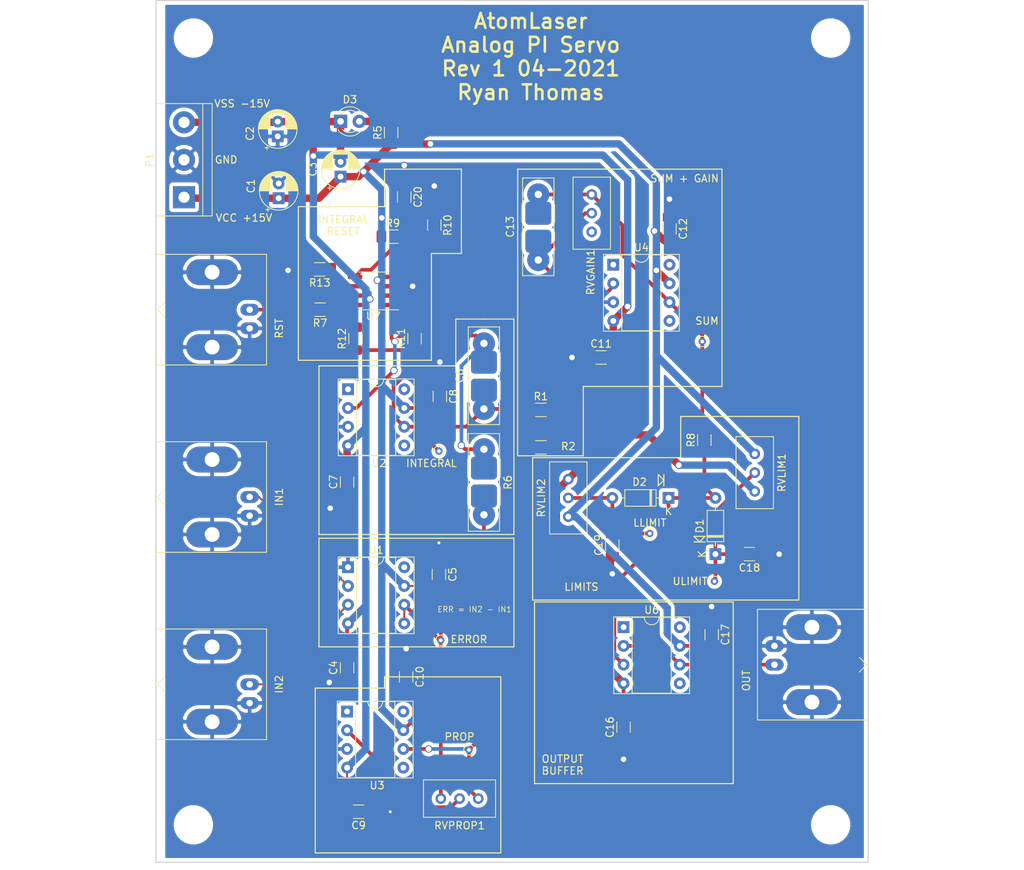
<source format=kicad_pcb>
(kicad_pcb (version 20171130) (host pcbnew "(5.1.9)-1")
  (layers (0 F.Cu signal) (31 B.Cu signal) (34 B.Paste user) (35 F.Paste user) (36 B.SilkS user) (37 F.SilkS user) (38 B.Mask user) (39 F.Mask user) (44 Edge.Cuts user))
  (net 0 "")
  (net 1 VCC)
  (net 2 GND)
  (net 3 VSS)
  (net 4 "Net-(C6-Pad2)")
  (net 5 "Net-(C6-Pad1)")
  (net 6 "Net-(C13-Pad1)")
  (net 7 "Net-(C13-Pad2)")
  (net 8 "Net-(C18-Pad2)")
  (net 9 "Net-(C19-Pad2)")
  (net 10 "Net-(C20-Pad2)")
  (net 11 "Net-(D1-Pad2)")
  (net 12 "Net-(D3-Pad2)")
  (net 13 "Net-(P2-Pad1)")
  (net 14 "Net-(P3-Pad1)")
  (net 15 "Net-(P4-Pad1)")
  (net 16 "Net-(P5-Pad1)")
  (net 17 "Net-(R2-Pad2)")
  (net 18 "Net-(R6-Pad2)")
  (net 19 /RST)
  (net 20 "Net-(R11-Pad2)")
  (net 21 "Net-(R12-Pad2)")
  (net 22 "Net-(RVPROP1-Pad2)")
  (net 23 "Net-(U2-Pad1)")
  (net 24 "Net-(U2-Pad5)")
  (net 25 "Net-(U3-Pad5)")
  (net 26 "Net-(U3-Pad1)")
  (net 27 "Net-(U4-Pad1)")
  (net 28 "Net-(U4-Pad5)")
  (net 29 "Net-(U6-Pad1)")
  (net 30 "Net-(U6-Pad5)")
  (module MountingHole:MountingHole_4.3mm_M4 (layer F.Cu) (at 751.84 24.13)
    (fp_text reference REF** hide)
    (fp_text value MountingHole_4.3mm_M4)
    (pad 1 np_thru_hole circle (at 0 0) (size 4.3 4.3) (drill 4.3) (layers *.Cu *.Mask))
  )
  (module MountingHole:MountingHole_4.3mm_M4 (layer F.Cu) (at 838.2 24.13)
    (fp_text reference REF** hide)
    (fp_text value MountingHole_4.3mm_M4)
    (pad 1 np_thru_hole circle (at 0 0) (size 4.3 4.3) (drill 4.3) (layers *.Cu *.Mask))
  )
  (module MountingHole:MountingHole_4.3mm_M4 (layer F.Cu) (at 838.2 130.81)
    (fp_text reference REF** hide)
    (fp_text value MountingHole_4.3mm_M4)
    (pad 1 np_thru_hole circle (at 0 0) (size 4.3 4.3) (drill 4.3) (layers *.Cu *.Mask))
  )
  (module MountingHole:MountingHole_4.3mm_M4 (layer F.Cu) (at 751.84 130.81)
    (fp_text reference REF** hide)
    (fp_text value MountingHole_4.3mm_M4)
    (pad 1 np_thru_hole circle (at 0 0) (size 4.3 4.3) (drill 4.3) (layers *.Cu *.Mask))
  )
  (module Capacitor_THT:CP_Radial_D5.0mm_P2.00mm (layer F.Cu) (at 763.397 45.847 90)
    (fp_text reference C1 (at 1.651 -3.75 90) (layer F.SilkS))
    (fp_text value 100u)
    (pad 1 thru_hole rect (at 0 0 90) (size 1.6 1.6) (drill 0.8) (layers *.Cu *.Mask) (net 1 VCC))
    (pad 2 thru_hole circle (at 2 0 90) (size 1.6 1.6) (drill 0.8) (layers *.Cu *.Mask) (net 2 GND))
  )
  (module Capacitor_THT:CP_Radial_D5.0mm_P2.00mm (layer F.Cu) (at 763.27 37.465 90)
    (fp_text reference C2 (at 0.381 -3.75 90) (layer F.SilkS))
    (fp_text value 100u)
    (pad 1 thru_hole rect (at 0 0 90) (size 1.6 1.6) (drill 0.8) (layers *.Cu *.Mask) (net 2 GND))
    (pad 2 thru_hole circle (at 2 0 90) (size 1.6 1.6) (drill 0.8) (layers *.Cu *.Mask) (net 3 VSS))
  )
  (module Capacitor_THT:CP_Radial_D5.0mm_P2.00mm (layer F.Cu) (at 771.779 42.926 90)
    (fp_text reference C3 (at 1 -3.75 90) (layer F.SilkS))
    (fp_text value 100u)
    (pad 2 thru_hole circle (at 2 0 90) (size 1.6 1.6) (drill 0.8) (layers *.Cu *.Mask) (net 3 VSS))
    (pad 1 thru_hole rect (at 0 0 90) (size 1.6 1.6) (drill 0.8) (layers *.Cu *.Mask) (net 1 VCC))
  )
  (module Capacitor_SMD:C_1206_3216Metric_Pad1.33x1.80mm_HandSolder (layer F.Cu) (at 772.668 109.5125 90)
    (fp_text reference C4 (at 0 -1.85 90) (layer F.SilkS))
    (fp_text value 100n)
    (pad 2 smd roundrect (at 1.5625 0 90) (size 1.325 1.8) (layers F.Cu F.Paste F.Mask) (roundrect_rratio 0.188679) (net 3 VSS))
    (pad 1 smd roundrect (at -1.5625 0 90) (size 1.325 1.8) (layers F.Cu F.Paste F.Mask) (roundrect_rratio 0.188679) (net 2 GND))
  )
  (module Capacitor_SMD:C_1206_3216Metric_Pad1.33x1.80mm_HandSolder (layer F.Cu) (at 785.114 96.8625 270)
    (fp_text reference C5 (at 0 -1.85 90) (layer F.SilkS))
    (fp_text value 100n)
    (pad 1 smd roundrect (at -1.5625 0 270) (size 1.325 1.8) (layers F.Cu F.Paste F.Mask) (roundrect_rratio 0.188679) (net 2 GND))
    (pad 2 smd roundrect (at 1.5625 0 270) (size 1.325 1.8) (layers F.Cu F.Paste F.Mask) (roundrect_rratio 0.188679) (net 1 VCC))
  )
  (module pi-servo-board:R_Universal_L13.0mm_W4.0mm_P9.00mm (layer F.Cu) (at 791.21 74.422 90)
    (fp_text reference C6 (at 4.5 -3.25 90) (layer F.SilkS))
    (fp_text value 100n)
    (pad 2 thru_hole custom (at 8.89 0 270) (size 3 3) (drill 1) (layers *.Cu *.Mask) (net 4 "Net-(C6-Pad2)") (options (clearance outline) (anchor circle)) (primitives (gr_poly (pts (xy 1.5 1.25) (xy 3.6 1.25) (xy 3.6 -1.25) (xy 1.5 -1.25)) (width 1))))
    (pad 1 thru_hole custom (at 0 0 90) (size 3 3) (drill 1) (layers *.Cu *.Mask) (net 5 "Net-(C6-Pad1)") (options (clearance outline) (anchor circle)) (primitives (gr_poly (pts (xy 1.5 1.25) (xy 3.6 1.25) (xy 3.6 -1.25) (xy 1.5 -1.25)) (width 1))))
  )
  (module Capacitor_SMD:C_1206_3216Metric_Pad1.33x1.80mm_HandSolder (layer F.Cu) (at 772.668 84.328 90)
    (fp_text reference C7 (at 0 -1.85 90) (layer F.SilkS))
    (fp_text value 100n)
    (pad 2 smd roundrect (at 1.5625 0 90) (size 1.325 1.8) (layers F.Cu F.Paste F.Mask) (roundrect_rratio 0.188679) (net 3 VSS))
    (pad 1 smd roundrect (at -1.5625 0 90) (size 1.325 1.8) (layers F.Cu F.Paste F.Mask) (roundrect_rratio 0.188679) (net 2 GND))
  )
  (module Capacitor_SMD:C_1206_3216Metric_Pad1.33x1.80mm_HandSolder (layer F.Cu) (at 785.241 72.7325 270)
    (fp_text reference C8 (at 0 -1.85 90) (layer F.SilkS))
    (fp_text value 100n)
    (pad 1 smd roundrect (at -1.5625 0 270) (size 1.325 1.8) (layers F.Cu F.Paste F.Mask) (roundrect_rratio 0.188679) (net 2 GND))
    (pad 2 smd roundrect (at 1.5625 0 270) (size 1.325 1.8) (layers F.Cu F.Paste F.Mask) (roundrect_rratio 0.188679) (net 1 VCC))
  )
  (module Capacitor_SMD:C_1206_3216Metric_Pad1.33x1.80mm_HandSolder (layer F.Cu) (at 774.2305 129.032 180)
    (fp_text reference C9 (at 0 -1.85) (layer F.SilkS))
    (fp_text value 100n)
    (pad 1 smd roundrect (at -1.5625 0 180) (size 1.325 1.8) (layers F.Cu F.Paste F.Mask) (roundrect_rratio 0.188679) (net 2 GND))
    (pad 2 smd roundrect (at 1.5625 0 180) (size 1.325 1.8) (layers F.Cu F.Paste F.Mask) (roundrect_rratio 0.188679) (net 3 VSS))
  )
  (module Capacitor_SMD:C_1206_3216Metric_Pad1.33x1.80mm_HandSolder (layer F.Cu) (at 780.669 110.744 270)
    (fp_text reference C10 (at 0 -1.85 90) (layer F.SilkS))
    (fp_text value 100n)
    (pad 2 smd roundrect (at 1.5625 0 270) (size 1.325 1.8) (layers F.Cu F.Paste F.Mask) (roundrect_rratio 0.188679) (net 1 VCC))
    (pad 1 smd roundrect (at -1.5625 0 270) (size 1.325 1.8) (layers F.Cu F.Paste F.Mask) (roundrect_rratio 0.188679) (net 2 GND))
  )
  (module Capacitor_SMD:C_1206_3216Metric_Pad1.33x1.80mm_HandSolder (layer F.Cu) (at 807.085 67.437)
    (fp_text reference C11 (at 0 -1.85) (layer F.SilkS))
    (fp_text value 100n)
    (pad 1 smd roundrect (at -1.5625 0) (size 1.325 1.8) (layers F.Cu F.Paste F.Mask) (roundrect_rratio 0.188679) (net 2 GND))
    (pad 2 smd roundrect (at 1.5625 0) (size 1.325 1.8) (layers F.Cu F.Paste F.Mask) (roundrect_rratio 0.188679) (net 3 VSS))
  )
  (module Capacitor_SMD:C_1206_3216Metric_Pad1.33x1.80mm_HandSolder (layer F.Cu) (at 816.356 49.9995 270)
    (fp_text reference C12 (at 0 -1.85 90) (layer F.SilkS))
    (fp_text value 100n)
    (pad 2 smd roundrect (at 1.5625 0 270) (size 1.325 1.8) (layers F.Cu F.Paste F.Mask) (roundrect_rratio 0.188679) (net 1 VCC))
    (pad 1 smd roundrect (at -1.5625 0 270) (size 1.325 1.8) (layers F.Cu F.Paste F.Mask) (roundrect_rratio 0.188679) (net 2 GND))
  )
  (module pi-servo-board:R_Universal_L13.0mm_W4.0mm_P9.00mm (layer F.Cu) (at 798.576 54.229 90)
    (fp_text reference C13 (at 4.5 -3.81 90) (layer F.SilkS))
    (fp_text value 10n)
    (pad 1 thru_hole custom (at 0 0 90) (size 3 3) (drill 1) (layers *.Cu *.Mask) (net 6 "Net-(C13-Pad1)") (options (clearance outline) (anchor circle)) (primitives (gr_poly (pts (xy 1.5 1.25) (xy 3.6 1.25) (xy 3.6 -1.25) (xy 1.5 -1.25)) (width 1))))
    (pad 2 thru_hole custom (at 8.89 0 270) (size 3 3) (drill 1) (layers *.Cu *.Mask) (net 7 "Net-(C13-Pad2)") (options (clearance outline) (anchor circle)) (primitives (gr_poly (pts (xy 1.5 1.25) (xy 3.6 1.25) (xy 3.6 -1.25) (xy 1.5 -1.25)) (width 1))))
  )
  (module Capacitor_SMD:C_1206_3216Metric_Pad1.33x1.80mm_HandSolder (layer F.Cu) (at 810.133 117.5635 90)
    (fp_text reference C16 (at 0 -1.85 90) (layer F.SilkS))
    (fp_text value 100n)
    (pad 2 smd roundrect (at 1.5625 0 90) (size 1.325 1.8) (layers F.Cu F.Paste F.Mask) (roundrect_rratio 0.188679) (net 3 VSS))
    (pad 1 smd roundrect (at -1.5625 0 90) (size 1.325 1.8) (layers F.Cu F.Paste F.Mask) (roundrect_rratio 0.188679) (net 2 GND))
  )
  (module Capacitor_SMD:C_1206_3216Metric_Pad1.33x1.80mm_HandSolder (layer F.Cu) (at 822.071 105.029 270)
    (fp_text reference C17 (at 0 -1.85 90) (layer F.SilkS))
    (fp_text value 100n)
    (pad 1 smd roundrect (at -1.5625 0 270) (size 1.325 1.8) (layers F.Cu F.Paste F.Mask) (roundrect_rratio 0.188679) (net 2 GND))
    (pad 2 smd roundrect (at 1.5625 0 270) (size 1.325 1.8) (layers F.Cu F.Paste F.Mask) (roundrect_rratio 0.188679) (net 1 VCC))
  )
  (module Capacitor_SMD:C_1206_3216Metric_Pad1.33x1.80mm_HandSolder (layer F.Cu) (at 827.1895 94.107 180)
    (fp_text reference C18 (at 0 -1.85) (layer F.SilkS))
    (fp_text value 100n)
    (pad 1 smd roundrect (at -1.5625 0 180) (size 1.325 1.8) (layers F.Cu F.Paste F.Mask) (roundrect_rratio 0.188679) (net 2 GND))
    (pad 2 smd roundrect (at 1.5625 0 180) (size 1.325 1.8) (layers F.Cu F.Paste F.Mask) (roundrect_rratio 0.188679) (net 8 "Net-(C18-Pad2)"))
  )
  (module Capacitor_SMD:C_1206_3216Metric_Pad1.33x1.80mm_HandSolder (layer F.Cu) (at 808.609 92.8755 90)
    (fp_text reference C19 (at 0 -1.85 90) (layer F.SilkS))
    (fp_text value 100n)
    (pad 1 smd roundrect (at -1.5625 0 90) (size 1.325 1.8) (layers F.Cu F.Paste F.Mask) (roundrect_rratio 0.188679) (net 2 GND))
    (pad 2 smd roundrect (at 1.5625 0 90) (size 1.325 1.8) (layers F.Cu F.Paste F.Mask) (roundrect_rratio 0.188679) (net 9 "Net-(C19-Pad2)"))
  )
  (module Capacitor_SMD:C_1206_3216Metric_Pad1.33x1.80mm_HandSolder (layer F.Cu) (at 780.415 45.6815 270)
    (fp_text reference C20 (at 0 -1.85 90) (layer F.SilkS))
    (fp_text value 1u)
    (pad 2 smd roundrect (at 1.5625 0 270) (size 1.325 1.8) (layers F.Cu F.Paste F.Mask) (roundrect_rratio 0.188679) (net 10 "Net-(C20-Pad2)"))
    (pad 1 smd roundrect (at -1.5625 0 270) (size 1.325 1.8) (layers F.Cu F.Paste F.Mask) (roundrect_rratio 0.188679) (net 2 GND))
  )
  (module Diode_THT:D_DO-35_SOD27_P7.62mm_Horizontal (layer F.Cu) (at 822.579 94.107 90)
    (fp_text reference D1 (at 3.81 -2.12 90) (layer F.SilkS))
    (fp_text value D)
    (fp_text user K (at 0 -1.8 90) (layer F.SilkS))
    (pad 1 thru_hole rect (at 0 0 90) (size 1.6 1.6) (drill 0.8) (layers *.Cu *.Mask) (net 8 "Net-(C18-Pad2)"))
    (pad 2 thru_hole oval (at 7.62 0 90) (size 1.6 1.6) (drill 0.8) (layers *.Cu *.Mask) (net 11 "Net-(D1-Pad2)"))
  )
  (module Diode_THT:D_DO-35_SOD27_P7.62mm_Horizontal (layer F.Cu) (at 816.229 86.487 180)
    (fp_text reference D2 (at 3.937 2.159) (layer F.SilkS))
    (fp_text value D)
    (fp_text user K (at 0 -1.8) (layer F.SilkS))
    (pad 2 thru_hole oval (at 7.62 0 180) (size 1.6 1.6) (drill 0.8) (layers *.Cu *.Mask) (net 9 "Net-(C19-Pad2)"))
    (pad 1 thru_hole rect (at 0 0 180) (size 1.6 1.6) (drill 0.8) (layers *.Cu *.Mask) (net 11 "Net-(D1-Pad2)"))
  )
  (module LED_THT:LED_D3.0mm (layer F.Cu) (at 771.779 35.433)
    (fp_text reference D3 (at 1.27 -2.96) (layer F.SilkS))
    (fp_text value POWER)
    (pad 1 thru_hole rect (at 0 0) (size 1.8 1.8) (drill 0.9) (layers *.Cu *.Mask) (net 3 VSS))
    (pad 2 thru_hole circle (at 2.54 0) (size 1.8 1.8) (drill 0.9) (layers *.Cu *.Mask) (net 12 "Net-(D3-Pad2)"))
  )
  (module TerminalBlock:TerminalBlock_bornier-3_P5.08mm (layer F.Cu) (at 750.57 45.72 90)
    (fp_text reference P1 (at 5.05 -4.65 90) (layer F.SilkS))
    (fp_text value POWER)
    (pad 1 thru_hole rect (at 0 0 90) (size 3 3) (drill 1.52) (layers *.Cu *.Mask) (net 1 VCC))
    (pad 2 thru_hole circle (at 5.08 0 90) (size 3 3) (drill 1.52) (layers *.Cu *.Mask) (net 2 GND))
    (pad 3 thru_hole circle (at 10.16 0 90) (size 3 3) (drill 1.52) (layers *.Cu *.Mask) (net 3 VSS))
  )
  (module Connector_Coaxial:BNC_Amphenol_B6252HB-NPP3G-50_Horizontal (layer F.Cu) (at 759.46 86.36 90)
    (fp_text reference IN1 (at 0 4 90) (layer F.SilkS))
    (fp_text value IN1)
    (pad 2 thru_hole oval (at -5.08 -5.08 90) (size 3.5 7) (drill 2.01) (layers *.Cu *.Mask) (net 2 GND))
    (pad 2 thru_hole oval (at 5.08 -5.08 90) (size 3.5 7) (drill 2.01) (layers *.Cu *.Mask) (net 2 GND))
    (pad 1 thru_hole oval (at 0 0 90) (size 1.6 2.5) (drill 0.89) (layers *.Cu *.Mask) (net 13 "Net-(P2-Pad1)"))
    (pad 2 thru_hole oval (at -2.54 0 90) (size 1.6 2.5) (drill 0.89) (layers *.Cu *.Mask) (net 2 GND))
  )
  (module Connector_Coaxial:BNC_Amphenol_B6252HB-NPP3G-50_Horizontal (layer F.Cu) (at 759.46 111.76 90)
    (fp_text reference IN2 (at 0 4 90) (layer F.SilkS))
    (fp_text value IN2)
    (pad 2 thru_hole oval (at -2.54 0 90) (size 1.6 2.5) (drill 0.89) (layers *.Cu *.Mask) (net 2 GND))
    (pad 1 thru_hole oval (at 0 0 90) (size 1.6 2.5) (drill 0.89) (layers *.Cu *.Mask) (net 14 "Net-(P3-Pad1)"))
    (pad 2 thru_hole oval (at 5.08 -5.08 90) (size 3.5 7) (drill 2.01) (layers *.Cu *.Mask) (net 2 GND))
    (pad 2 thru_hole oval (at -5.08 -5.08 90) (size 3.5 7) (drill 2.01) (layers *.Cu *.Mask) (net 2 GND))
  )
  (module Connector_Coaxial:BNC_Amphenol_B6252HB-NPP3G-50_Horizontal (layer F.Cu) (at 830.58 109.093 270)
    (fp_text reference OUT (at 2.159 3.81 90) (layer F.SilkS))
    (fp_text value Out)
    (pad 2 thru_hole oval (at -5.08 -5.08 270) (size 3.5 7) (drill 2.01) (layers *.Cu *.Mask) (net 2 GND))
    (pad 2 thru_hole oval (at 5.08 -5.08 270) (size 3.5 7) (drill 2.01) (layers *.Cu *.Mask) (net 2 GND))
    (pad 1 thru_hole oval (at 0 0 270) (size 1.6 2.5) (drill 0.89) (layers *.Cu *.Mask) (net 15 "Net-(P4-Pad1)"))
    (pad 2 thru_hole oval (at -2.54 0 270) (size 1.6 2.5) (drill 0.89) (layers *.Cu *.Mask) (net 2 GND))
  )
  (module Connector_Coaxial:BNC_Amphenol_B6252HB-NPP3G-50_Horizontal (layer F.Cu) (at 759.46 60.96 90)
    (fp_text reference RST (at -2.54 4 90) (layer F.SilkS))
    (fp_text value RST)
    (pad 2 thru_hole oval (at -2.54 0 90) (size 1.6 2.5) (drill 0.89) (layers *.Cu *.Mask) (net 2 GND))
    (pad 1 thru_hole oval (at 0 0 90) (size 1.6 2.5) (drill 0.89) (layers *.Cu *.Mask) (net 16 "Net-(P5-Pad1)"))
    (pad 2 thru_hole oval (at 5.08 -5.08 90) (size 3.5 7) (drill 2.01) (layers *.Cu *.Mask) (net 2 GND))
    (pad 2 thru_hole oval (at -5.08 -5.08 90) (size 3.5 7) (drill 2.01) (layers *.Cu *.Mask) (net 2 GND))
  )
  (module Resistor_SMD:R_1206_3216Metric_Pad1.30x1.75mm_HandSolder (layer F.Cu) (at 798.931 74.549)
    (fp_text reference R1 (at 0 -1.82) (layer F.SilkS))
    (fp_text value 5k)
    (pad 2 smd roundrect (at 1.55 0) (size 1.3 1.75) (layers F.Cu F.Paste F.Mask) (roundrect_rratio 0.192308) (net 6 "Net-(C13-Pad1)"))
    (pad 1 smd roundrect (at -1.55 0) (size 1.3 1.75) (layers F.Cu F.Paste F.Mask) (roundrect_rratio 0.192308) (net 5 "Net-(C6-Pad1)"))
  )
  (module Resistor_SMD:R_1206_3216Metric_Pad1.30x1.75mm_HandSolder (layer F.Cu) (at 798.931 79.629 180)
    (fp_text reference R2 (at -3.709 0.127) (layer F.SilkS))
    (fp_text value 5k)
    (pad 1 smd roundrect (at -1.55 0 180) (size 1.3 1.75) (layers F.Cu F.Paste F.Mask) (roundrect_rratio 0.192308) (net 6 "Net-(C13-Pad1)"))
    (pad 2 smd roundrect (at 1.55 0 180) (size 1.3 1.75) (layers F.Cu F.Paste F.Mask) (roundrect_rratio 0.192308) (net 17 "Net-(R2-Pad2)"))
  )
  (module Resistor_SMD:R_1206_3216Metric_Pad1.30x1.75mm_HandSolder (layer F.Cu) (at 778.637 36.957 90)
    (fp_text reference R5 (at 0 -1.82 90) (layer F.SilkS))
    (fp_text value 2K7)
    (pad 2 smd roundrect (at 1.55 0 90) (size 1.3 1.75) (layers F.Cu F.Paste F.Mask) (roundrect_rratio 0.192308) (net 12 "Net-(D3-Pad2)"))
    (pad 1 smd roundrect (at -1.55 0 90) (size 1.3 1.75) (layers F.Cu F.Paste F.Mask) (roundrect_rratio 0.192308) (net 1 VCC))
  )
  (module pi-servo-board:R_Universal_L13.0mm_W4.0mm_P9.00mm (layer F.Cu) (at 791.21 79.883 270)
    (fp_text reference R6 (at 4.5 -3.25 90) (layer F.SilkS))
    (fp_text value 3K3)
    (pad 1 thru_hole custom (at 0 0 270) (size 3 3) (drill 1) (layers *.Cu *.Mask) (net 4 "Net-(C6-Pad2)") (options (clearance outline) (anchor circle)) (primitives (gr_poly (pts (xy 1.5 1.25) (xy 3.6 1.25) (xy 3.6 -1.25) (xy 1.5 -1.25)) (width 1))))
    (pad 2 thru_hole custom (at 8.89 0 90) (size 3 3) (drill 1) (layers *.Cu *.Mask) (net 18 "Net-(R6-Pad2)") (options (clearance outline) (anchor circle)) (primitives (gr_poly (pts (xy 1.5 1.25) (xy 3.6 1.25) (xy 3.6 -1.25) (xy 1.5 -1.25)) (width 1))))
  )
  (module Resistor_SMD:R_1206_3216Metric_Pad1.30x1.75mm_HandSolder (layer F.Cu) (at 769.011 60.96 180)
    (fp_text reference R7 (at 0 -1.82) (layer F.SilkS))
    (fp_text value 50)
    (pad 2 smd roundrect (at 1.55 0 180) (size 1.3 1.75) (layers F.Cu F.Paste F.Mask) (roundrect_rratio 0.192308) (net 16 "Net-(P5-Pad1)"))
    (pad 1 smd roundrect (at -1.55 0 180) (size 1.3 1.75) (layers F.Cu F.Paste F.Mask) (roundrect_rratio 0.192308) (net 19 /RST))
  )
  (module Resistor_SMD:R_1206_3216Metric_Pad1.30x1.75mm_HandSolder (layer F.Cu) (at 821.081 78.639 90)
    (fp_text reference R8 (at 0 -1.82 90) (layer F.SilkS))
    (fp_text value 51K)
    (pad 1 smd roundrect (at -1.55 0 90) (size 1.3 1.75) (layers F.Cu F.Paste F.Mask) (roundrect_rratio 0.192308) (net 11 "Net-(D1-Pad2)"))
    (pad 2 smd roundrect (at 1.55 0 90) (size 1.3 1.75) (layers F.Cu F.Paste F.Mask) (roundrect_rratio 0.192308) (net 7 "Net-(C13-Pad2)"))
  )
  (module Resistor_SMD:R_1206_3216Metric_Pad1.30x1.75mm_HandSolder (layer F.Cu) (at 778.865 51.054)
    (fp_text reference R9 (at 0 -1.82) (layer F.SilkS))
    (fp_text value 20k)
    (pad 2 smd roundrect (at 1.55 0) (size 1.3 1.75) (layers F.Cu F.Paste F.Mask) (roundrect_rratio 0.192308) (net 10 "Net-(C20-Pad2)"))
    (pad 1 smd roundrect (at -1.55 0) (size 1.3 1.75) (layers F.Cu F.Paste F.Mask) (roundrect_rratio 0.192308) (net 1 VCC))
  )
  (module Resistor_SMD:R_1206_3216Metric_Pad1.30x1.75mm_HandSolder (layer F.Cu) (at 784.479 49.504 270)
    (fp_text reference R10 (at 0 -1.82 90) (layer F.SilkS))
    (fp_text value 10k)
    (pad 1 smd roundrect (at -1.55 0 270) (size 1.3 1.75) (layers F.Cu F.Paste F.Mask) (roundrect_rratio 0.192308) (net 2 GND))
    (pad 2 smd roundrect (at 1.55 0 270) (size 1.3 1.75) (layers F.Cu F.Paste F.Mask) (roundrect_rratio 0.192308) (net 10 "Net-(C20-Pad2)"))
  )
  (module Resistor_SMD:R_1206_3216Metric_Pad1.30x1.75mm_HandSolder (layer F.Cu) (at 781.812 64.897 90)
    (fp_text reference R11 (at 0 -1.82 90) (layer F.SilkS))
    (fp_text value 3K3)
    (pad 1 smd roundrect (at -1.55 0 90) (size 1.3 1.75) (layers F.Cu F.Paste F.Mask) (roundrect_rratio 0.192308) (net 5 "Net-(C6-Pad1)"))
    (pad 2 smd roundrect (at 1.55 0 90) (size 1.3 1.75) (layers F.Cu F.Paste F.Mask) (roundrect_rratio 0.192308) (net 20 "Net-(R11-Pad2)"))
  )
  (module Resistor_SMD:R_1206_3216Metric_Pad1.30x1.75mm_HandSolder (layer F.Cu) (at 773.811 64.897 90)
    (fp_text reference R12 (at 0 -1.82 90) (layer F.SilkS))
    (fp_text value DNP)
    (pad 2 smd roundrect (at 1.55 0 90) (size 1.3 1.75) (layers F.Cu F.Paste F.Mask) (roundrect_rratio 0.192308) (net 21 "Net-(R12-Pad2)"))
    (pad 1 smd roundrect (at -1.55 0 90) (size 1.3 1.75) (layers F.Cu F.Paste F.Mask) (roundrect_rratio 0.192308) (net 5 "Net-(C6-Pad1)"))
  )
  (module Resistor_SMD:R_1206_3216Metric_Pad1.30x1.75mm_HandSolder (layer F.Cu) (at 768.959 55.499 180)
    (fp_text reference R13 (at 0 -1.82) (layer F.SilkS))
    (fp_text value 10k)
    (pad 1 smd roundrect (at -1.55 0 180) (size 1.3 1.75) (layers F.Cu F.Paste F.Mask) (roundrect_rratio 0.192308) (net 19 /RST))
    (pad 2 smd roundrect (at 1.55 0 180) (size 1.3 1.75) (layers F.Cu F.Paste F.Mask) (roundrect_rratio 0.192308) (net 2 GND))
  )
  (module Potentiometer_THT:Potentiometer_Bourns_3296W_Vertical (layer F.Cu) (at 805.815 45.339 90)
    (fp_text reference RVGAIN1 (at -10.541 -0.127 90) (layer F.SilkS))
    (fp_text value 10K)
    (pad 1 thru_hole circle (at 0 0 90) (size 1.44 1.44) (drill 0.8) (layers *.Cu *.Mask) (net 7 "Net-(C13-Pad2)"))
    (pad 2 thru_hole circle (at -2.54 0 90) (size 1.44 1.44) (drill 0.8) (layers *.Cu *.Mask) (net 6 "Net-(C13-Pad1)"))
    (pad 3 thru_hole circle (at -5.08 0 90) (size 1.44 1.44) (drill 0.8) (layers *.Cu *.Mask))
  )
  (module Potentiometer_THT:Potentiometer_Bourns_3296W_Vertical (layer F.Cu) (at 827.913 85.598 270)
    (fp_text reference RVLIM1 (at -2.54 -3.66 90) (layer F.SilkS))
    (fp_text value 2K)
    (pad 1 thru_hole circle (at 0 0 270) (size 1.44 1.44) (drill 0.8) (layers *.Cu *.Mask) (net 3 VSS))
    (pad 2 thru_hole circle (at -2.54 0 270) (size 1.44 1.44) (drill 0.8) (layers *.Cu *.Mask) (net 8 "Net-(C18-Pad2)"))
    (pad 3 thru_hole circle (at -5.08 0 270) (size 1.44 1.44) (drill 0.8) (layers *.Cu *.Mask) (net 1 VCC))
  )
  (module Potentiometer_THT:Potentiometer_Bourns_3296W_Vertical (layer F.Cu) (at 802.64 83.947 90)
    (fp_text reference RVLIM2 (at -2.54 -3.66 90) (layer F.SilkS))
    (fp_text value 2K)
    (pad 3 thru_hole circle (at -5.08 0 90) (size 1.44 1.44) (drill 0.8) (layers *.Cu *.Mask) (net 1 VCC))
    (pad 2 thru_hole circle (at -2.54 0 90) (size 1.44 1.44) (drill 0.8) (layers *.Cu *.Mask) (net 9 "Net-(C19-Pad2)"))
    (pad 1 thru_hole circle (at 0 0 90) (size 1.44 1.44) (drill 0.8) (layers *.Cu *.Mask) (net 3 VSS))
  )
  (module Potentiometer_THT:Potentiometer_Bourns_3296W_Vertical (layer F.Cu) (at 785.368 127.254 180)
    (fp_text reference RVPROP1 (at -2.54 -3.66) (layer F.SilkS))
    (fp_text value 10K)
    (pad 3 thru_hole circle (at -5.08 0 180) (size 1.44 1.44) (drill 0.8) (layers *.Cu *.Mask) (net 17 "Net-(R2-Pad2)"))
    (pad 2 thru_hole circle (at -2.54 0 180) (size 1.44 1.44) (drill 0.8) (layers *.Cu *.Mask) (net 22 "Net-(RVPROP1-Pad2)"))
    (pad 1 thru_hole circle (at 0 0 180) (size 1.44 1.44) (drill 0.8) (layers *.Cu *.Mask) (net 18 "Net-(R6-Pad2)"))
  )
  (module Package_DIP:DIP-8_W7.62mm_Socket (layer F.Cu) (at 772.795 95.885)
    (fp_text reference U1 (at 3.81 -2.33) (layer F.SilkS))
    (fp_text value INA105)
    (pad 8 thru_hole oval (at 7.62 0) (size 1.6 1.6) (drill 0.8) (layers *.Cu *.Mask))
    (pad 4 thru_hole oval (at 0 7.62) (size 1.6 1.6) (drill 0.8) (layers *.Cu *.Mask) (net 3 VSS))
    (pad 7 thru_hole oval (at 7.62 2.54) (size 1.6 1.6) (drill 0.8) (layers *.Cu *.Mask) (net 1 VCC))
    (pad 3 thru_hole oval (at 0 5.08) (size 1.6 1.6) (drill 0.8) (layers *.Cu *.Mask) (net 14 "Net-(P3-Pad1)"))
    (pad 6 thru_hole oval (at 7.62 5.08) (size 1.6 1.6) (drill 0.8) (layers *.Cu *.Mask) (net 18 "Net-(R6-Pad2)"))
    (pad 2 thru_hole oval (at 0 2.54) (size 1.6 1.6) (drill 0.8) (layers *.Cu *.Mask) (net 13 "Net-(P2-Pad1)"))
    (pad 5 thru_hole oval (at 7.62 7.62) (size 1.6 1.6) (drill 0.8) (layers *.Cu *.Mask) (net 18 "Net-(R6-Pad2)"))
    (pad 1 thru_hole rect (at 0 0) (size 1.6 1.6) (drill 0.8) (layers *.Cu *.Mask) (net 2 GND))
  )
  (module Package_DIP:DIP-8_W7.62mm_Socket (layer F.Cu) (at 772.795 71.755)
    (fp_text reference U2 (at 4.191 10.033) (layer F.SilkS))
    (fp_text value LM741)
    (pad 1 thru_hole rect (at 0 0) (size 1.6 1.6) (drill 0.8) (layers *.Cu *.Mask) (net 23 "Net-(U2-Pad1)"))
    (pad 5 thru_hole oval (at 7.62 7.62) (size 1.6 1.6) (drill 0.8) (layers *.Cu *.Mask) (net 24 "Net-(U2-Pad5)"))
    (pad 2 thru_hole oval (at 0 2.54) (size 1.6 1.6) (drill 0.8) (layers *.Cu *.Mask) (net 4 "Net-(C6-Pad2)"))
    (pad 6 thru_hole oval (at 7.62 5.08) (size 1.6 1.6) (drill 0.8) (layers *.Cu *.Mask) (net 5 "Net-(C6-Pad1)"))
    (pad 3 thru_hole oval (at 0 5.08) (size 1.6 1.6) (drill 0.8) (layers *.Cu *.Mask) (net 2 GND))
    (pad 7 thru_hole oval (at 7.62 2.54) (size 1.6 1.6) (drill 0.8) (layers *.Cu *.Mask) (net 1 VCC))
    (pad 4 thru_hole oval (at 0 7.62) (size 1.6 1.6) (drill 0.8) (layers *.Cu *.Mask) (net 3 VSS))
    (pad 8 thru_hole oval (at 7.62 0) (size 1.6 1.6) (drill 0.8) (layers *.Cu *.Mask))
  )
  (module Package_DIP:DIP-8_W7.62mm_Socket (layer F.Cu) (at 772.668 115.443)
    (fp_text reference U3 (at 4.064 10.033) (layer F.SilkS))
    (fp_text value LM741)
    (pad 8 thru_hole oval (at 7.62 0) (size 1.6 1.6) (drill 0.8) (layers *.Cu *.Mask))
    (pad 4 thru_hole oval (at 0 7.62) (size 1.6 1.6) (drill 0.8) (layers *.Cu *.Mask) (net 3 VSS))
    (pad 7 thru_hole oval (at 7.62 2.54) (size 1.6 1.6) (drill 0.8) (layers *.Cu *.Mask) (net 1 VCC))
    (pad 3 thru_hole oval (at 0 5.08) (size 1.6 1.6) (drill 0.8) (layers *.Cu *.Mask) (net 2 GND))
    (pad 6 thru_hole oval (at 7.62 5.08) (size 1.6 1.6) (drill 0.8) (layers *.Cu *.Mask) (net 17 "Net-(R2-Pad2)"))
    (pad 2 thru_hole oval (at 0 2.54) (size 1.6 1.6) (drill 0.8) (layers *.Cu *.Mask) (net 22 "Net-(RVPROP1-Pad2)"))
    (pad 5 thru_hole oval (at 7.62 7.62) (size 1.6 1.6) (drill 0.8) (layers *.Cu *.Mask) (net 25 "Net-(U3-Pad5)"))
    (pad 1 thru_hole rect (at 0 0) (size 1.6 1.6) (drill 0.8) (layers *.Cu *.Mask) (net 26 "Net-(U3-Pad1)"))
  )
  (module Package_DIP:DIP-8_W7.62mm_Socket (layer F.Cu) (at 808.736 54.864)
    (fp_text reference U4 (at 3.81 -2.33) (layer F.SilkS))
    (fp_text value LM741)
    (pad 1 thru_hole rect (at 0 0) (size 1.6 1.6) (drill 0.8) (layers *.Cu *.Mask) (net 27 "Net-(U4-Pad1)"))
    (pad 5 thru_hole oval (at 7.62 7.62) (size 1.6 1.6) (drill 0.8) (layers *.Cu *.Mask) (net 28 "Net-(U4-Pad5)"))
    (pad 2 thru_hole oval (at 0 2.54) (size 1.6 1.6) (drill 0.8) (layers *.Cu *.Mask) (net 6 "Net-(C13-Pad1)"))
    (pad 6 thru_hole oval (at 7.62 5.08) (size 1.6 1.6) (drill 0.8) (layers *.Cu *.Mask) (net 7 "Net-(C13-Pad2)"))
    (pad 3 thru_hole oval (at 0 5.08) (size 1.6 1.6) (drill 0.8) (layers *.Cu *.Mask) (net 2 GND))
    (pad 7 thru_hole oval (at 7.62 2.54) (size 1.6 1.6) (drill 0.8) (layers *.Cu *.Mask) (net 1 VCC))
    (pad 4 thru_hole oval (at 0 7.62) (size 1.6 1.6) (drill 0.8) (layers *.Cu *.Mask) (net 3 VSS))
    (pad 8 thru_hole oval (at 7.62 0) (size 1.6 1.6) (drill 0.8) (layers *.Cu *.Mask))
  )
  (module Package_DIP:DIP-8_W7.62mm_Socket (layer F.Cu) (at 810.133 104.013)
    (fp_text reference U6 (at 3.81 -2.33) (layer F.SilkS))
    (fp_text value LM741)
    (pad 1 thru_hole rect (at 0 0) (size 1.6 1.6) (drill 0.8) (layers *.Cu *.Mask) (net 29 "Net-(U6-Pad1)"))
    (pad 5 thru_hole oval (at 7.62 7.62) (size 1.6 1.6) (drill 0.8) (layers *.Cu *.Mask) (net 30 "Net-(U6-Pad5)"))
    (pad 2 thru_hole oval (at 0 2.54) (size 1.6 1.6) (drill 0.8) (layers *.Cu *.Mask) (net 15 "Net-(P4-Pad1)"))
    (pad 6 thru_hole oval (at 7.62 5.08) (size 1.6 1.6) (drill 0.8) (layers *.Cu *.Mask) (net 15 "Net-(P4-Pad1)"))
    (pad 3 thru_hole oval (at 0 5.08) (size 1.6 1.6) (drill 0.8) (layers *.Cu *.Mask) (net 11 "Net-(D1-Pad2)"))
    (pad 7 thru_hole oval (at 7.62 2.54) (size 1.6 1.6) (drill 0.8) (layers *.Cu *.Mask) (net 1 VCC))
    (pad 4 thru_hole oval (at 0 7.62) (size 1.6 1.6) (drill 0.8) (layers *.Cu *.Mask) (net 3 VSS))
    (pad 8 thru_hole oval (at 7.62 0) (size 1.6 1.6) (drill 0.8) (layers *.Cu *.Mask))
  )
  (module Package_SO:SOIC-8_3.9x4.9mm_P1.27mm (layer F.Cu) (at 776.224 58.42 180)
    (fp_text reference U7 (at 0 -3.4) (layer F.SilkS))
    (fp_text value DG419)
    (pad 1 smd roundrect (at -2.475 -1.905 180) (size 1.95 0.6) (layers F.Cu F.Paste F.Mask) (net 4 "Net-(C6-Pad2)"))
    (pad 2 smd roundrect (at -2.475 -0.635 180) (size 1.95 0.6) (layers F.Cu F.Paste F.Mask) (net 20 "Net-(R11-Pad2)"))
    (pad 3 smd roundrect (at -2.475 0.635 180) (size 1.95 0.6) (layers F.Cu F.Paste F.Mask) (net 2 GND))
    (pad 4 smd roundrect (at -2.475 1.905 180) (size 1.95 0.6) (layers F.Cu F.Paste F.Mask) (net 1 VCC))
    (pad 5 smd roundrect (at 2.475 1.905 180) (size 1.95 0.6) (layers F.Cu F.Paste F.Mask) (net 10 "Net-(C20-Pad2)"))
    (pad 6 smd roundrect (at 2.475 0.635 180) (size 1.95 0.6) (layers F.Cu F.Paste F.Mask) (net 19 /RST))
    (pad 7 smd roundrect (at 2.475 -0.635 180) (size 1.95 0.6) (layers F.Cu F.Paste F.Mask) (net 3 VSS))
    (pad 8 smd roundrect (at 2.475 -1.905 180) (size 1.95 0.6) (layers F.Cu F.Paste F.Mask) (net 21 "Net-(R12-Pad2)"))
  )
  (module TestPoint:TestPoint_THTPad_D1.0mm_Drill0.5mm (layer F.Cu) (at 785.368 105.791)
    (fp_text reference ERROR (at 3.81 -0.127) (layer F.SilkS))
    (fp_text value ERROR)
    (pad 1 thru_hole circle (at 0 0) (size 1 1) (drill 0.5) (layers *.Cu *.Mask) (net 18 "Net-(R6-Pad2)"))
  )
  (module TestPoint:TestPoint_THTPad_D1.0mm_Drill0.5mm (layer F.Cu) (at 785.114 80.137)
    (fp_text reference INTEGRAL (at -1.016 1.651) (layer F.SilkS))
    (fp_text value INT)
    (pad 1 thru_hole circle (at 0 0) (size 1 1) (drill 0.5) (layers *.Cu *.Mask) (net 5 "Net-(C6-Pad1)"))
  )
  (module TestPoint:TestPoint_THTPad_D1.0mm_Drill0.5mm (layer F.Cu) (at 789.178 120.65)
    (fp_text reference PROP (at -1.27 -1.778) (layer F.SilkS))
    (fp_text value PROP)
    (pad 1 thru_hole circle (at 0 0) (size 1 1) (drill 0.5) (layers *.Cu *.Mask) (net 17 "Net-(R2-Pad2)"))
  )
  (module TestPoint:TestPoint_THTPad_D1.0mm_Drill0.5mm (layer F.Cu) (at 820.801 65.278)
    (fp_text reference SUM (at 0.635 -2.794) (layer F.SilkS))
    (fp_text value SUM)
    (pad 1 thru_hole circle (at 0 0) (size 1 1) (drill 0.5) (layers *.Cu *.Mask) (net 7 "Net-(C13-Pad2)"))
  )
  (module TestPoint:TestPoint_THTPad_D1.0mm_Drill0.5mm (layer F.Cu) (at 822.452 97.79 180)
    (fp_text reference ULIMIT (at 3.302 0) (layer F.SilkS))
    (fp_text value ULIMIT)
    (pad 1 thru_hole circle (at 0 0 180) (size 1 1) (drill 0.5) (layers *.Cu *.Mask) (net 8 "Net-(C18-Pad2)"))
  )
  (module TestPoint:TestPoint_THTPad_D1.0mm_Drill0.5mm (layer F.Cu) (at 813.689 91.313)
    (fp_text reference LLIMIT (at 0 -1.448) (layer F.SilkS))
    (fp_text value LLIMIT)
    (pad 1 thru_hole circle (at 0 0) (size 1 1) (drill 0.5) (layers *.Cu *.Mask) (net 9 "Net-(C19-Pad2)"))
  )
  (gr_text "ERR = IN2 - IN1" (at 789.94 101.6) (layer F.SilkS) (effects (font (size 0.75 0.75) (thickness 0.1))))
  (gr_line (start 820.42 92.456) (end 819.658 92.456) (layer F.SilkS) (width 0.15))
  (gr_line (start 821.182 91.694) (end 820.928 91.694) (layer F.SilkS) (width 0.15))
  (gr_line (start 820.42 92.456) (end 821.182 92.456) (layer F.SilkS) (width 0.15))
  (gr_line (start 820.928 91.694) (end 819.658 91.694) (layer F.SilkS) (width 0.15))
  (gr_line (start 820.42 92.456) (end 821.182 91.694) (layer F.SilkS) (width 0.15))
  (gr_line (start 819.658 91.694) (end 820.42 92.456) (layer F.SilkS) (width 0.15))
  (gr_line (start 815.594 84.074) (end 815.594 84.836) (layer F.SilkS) (width 0.15))
  (gr_line (start 815.594 84.074) (end 815.594 83.312) (layer F.SilkS) (width 0.15))
  (gr_line (start 814.832 83.312) (end 814.832 83.566) (layer F.SilkS) (width 0.15))
  (gr_line (start 815.594 84.074) (end 814.832 83.312) (layer F.SilkS) (width 0.15))
  (gr_line (start 814.832 84.836) (end 815.594 84.074) (layer F.SilkS) (width 0.15))
  (gr_line (start 814.832 83.566) (end 814.832 84.836) (layer F.SilkS) (width 0.15))
  (gr_text "AtomLaser\nAnalog PI Servo\nRev 1 04-2021\nRyan Thomas" (at 797.56 26.67) (layer F.SilkS) (effects (font (size 2 2) (thickness 0.35))))
  (gr_text LIMITS (at 804.418 98.552) (layer F.SilkS) (effects (font (size 1 1))))
  (gr_text "OUTPUT\nBUFFER" (at 801.878 122.682) (layer F.SilkS) (effects (font (size 1 1))))
  (gr_line (start 798.068 100.584) (end 813.816 100.584) (layer F.SilkS) (width 0.15))
  (gr_line (start 798.068 125.222) (end 798.068 100.584) (layer F.SilkS) (width 0.15))
  (gr_line (start 824.992 125.222) (end 798.068 125.222) (layer F.SilkS) (width 0.15))
  (gr_line (start 824.992 100.584) (end 824.992 125.222) (layer F.SilkS) (width 0.15))
  (gr_line (start 813.816 100.584) (end 824.992 100.584) (layer F.SilkS) (width 0.15))
  (gr_line (start 797.814 81.026) (end 798.068 81.026) (layer F.SilkS) (width 0.15))
  (gr_line (start 797.814 100.33) (end 797.814 81.026) (layer F.SilkS) (width 0.15))
  (gr_line (start 833.882 100.33) (end 797.814 100.33) (layer F.SilkS) (width 0.15))
  (gr_line (start 833.882 75.438) (end 833.882 100.33) (layer F.SilkS) (width 0.15))
  (gr_line (start 817.88 75.438) (end 833.882 75.438) (layer F.SilkS) (width 0.15))
  (gr_line (start 817.88 81.026) (end 817.88 75.438) (layer F.SilkS) (width 0.15))
  (gr_line (start 798.068 81.026) (end 817.88 81.026) (layer F.SilkS) (width 0.15))
  (gr_text "SUM + GAIN" (at 818.388 43.18) (layer F.SilkS) (effects (font (size 1 1))))
  (gr_line (start 795.782 80.772) (end 795.782 41.91) (layer F.SilkS) (width 0.15))
  (gr_line (start 804.672 80.772) (end 795.782 80.772) (layer F.SilkS) (width 0.15))
  (gr_line (start 804.672 71.374) (end 804.672 80.772) (layer F.SilkS) (width 0.15))
  (gr_line (start 823.468 71.374) (end 804.672 71.374) (layer F.SilkS) (width 0.15))
  (gr_line (start 823.468 41.91) (end 823.468 71.374) (layer F.SilkS) (width 0.15))
  (gr_line (start 821.182 41.91) (end 823.468 41.91) (layer F.SilkS) (width 0.15))
  (gr_line (start 795.782 41.91) (end 821.182 41.91) (layer F.SilkS) (width 0.15))
  (gr_line (start 768.35 112.268) (end 768.858 112.268) (layer F.SilkS) (width 0.15))
  (gr_line (start 768.35 134.62) (end 768.35 112.268) (layer F.SilkS) (width 0.15))
  (gr_line (start 793.496 134.62) (end 768.35 134.62) (layer F.SilkS) (width 0.15))
  (gr_line (start 793.496 110.744) (end 793.496 134.62) (layer F.SilkS) (width 0.15))
  (gr_line (start 777.748 110.744) (end 793.496 110.744) (layer F.SilkS) (width 0.15))
  (gr_line (start 777.748 112.268) (end 777.748 110.744) (layer F.SilkS) (width 0.15))
  (gr_line (start 768.858 112.268) (end 777.748 112.268) (layer F.SilkS) (width 0.15))
  (gr_line (start 795.274 106.68) (end 795.274 91.948) (layer F.SilkS) (width 0.15))
  (gr_line (start 795.02 106.68) (end 795.274 106.68) (layer F.SilkS) (width 0.15))
  (gr_line (start 768.858 106.68) (end 795.02 106.68) (layer F.SilkS) (width 0.15))
  (gr_line (start 768.858 91.948) (end 768.858 106.68) (layer F.SilkS) (width 0.15))
  (gr_line (start 795.274 91.948) (end 768.858 91.948) (layer F.SilkS) (width 0.15))
  (gr_line (start 795.274 62.23) (end 791.21 62.23) (layer F.SilkS) (width 0.15))
  (gr_line (start 795.274 91.44) (end 795.274 62.23) (layer F.SilkS) (width 0.15))
  (gr_line (start 794.512 91.44) (end 795.274 91.44) (layer F.SilkS) (width 0.15))
  (gr_line (start 768.858 91.44) (end 794.512 91.44) (layer F.SilkS) (width 0.15))
  (gr_line (start 768.858 90.932) (end 768.858 91.44) (layer F.SilkS) (width 0.15))
  (gr_line (start 768.858 68.58) (end 768.858 90.932) (layer F.SilkS) (width 0.15))
  (gr_line (start 772.922 68.58) (end 768.858 68.58) (layer F.SilkS) (width 0.15))
  (gr_line (start 772.922 68.58) (end 787.4 68.58) (layer F.SilkS) (width 0.15))
  (gr_line (start 787.4 62.23) (end 787.4 69.088) (layer F.SilkS) (width 0.15))
  (gr_line (start 791.21 62.23) (end 787.4 62.23) (layer F.SilkS) (width 0.15))
  (gr_text "INTEGRAL\nRESET" (at 772.16 49.53) (layer F.SilkS) (effects (font (size 1 1))))
  (gr_line (start 766.064 46.99) (end 766.064 67.818) (layer F.SilkS) (width 0.15))
  (gr_line (start 777.748 46.99) (end 766.064 46.99) (layer F.SilkS) (width 0.15))
  (gr_line (start 777.748 41.91) (end 777.748 46.99) (layer F.SilkS) (width 0.15))
  (gr_line (start 788.162 41.91) (end 777.748 41.91) (layer F.SilkS) (width 0.15))
  (gr_line (start 788.162 53.34) (end 788.162 41.91) (layer F.SilkS) (width 0.15))
  (gr_line (start 784.098 53.34) (end 788.162 53.34) (layer F.SilkS) (width 0.15))
  (gr_line (start 784.098 67.818) (end 784.098 53.34) (layer F.SilkS) (width 0.15))
  (gr_line (start 766.064 67.818) (end 784.098 67.818) (layer F.SilkS) (width 0.15))
  (gr_text GND (at 756.285 40.64) (layer F.SilkS) (effects (font (size 1 1))))
  (gr_text "VCC +15V" (at 758.698 48.514) (layer F.SilkS) (effects (font (size 1 1))))
  (gr_text "VSS -15V" (at 758.444 33.02) (layer F.SilkS) (effects (font (size 1 1))))
  (gr_line (start 746.76 19.05) (end 843.28 19.05) (layer Edge.Cuts) (width 0.15))
  (gr_line (start 843.28 135.89) (end 843.28 19.05) (layer Edge.Cuts) (width 0.15))
  (gr_line (start 746.76 135.89) (end 843.28 135.89) (layer Edge.Cuts) (width 0.15))
  (gr_line (start 746.76 19.05) (end 746.76 135.89) (layer Edge.Cuts) (width 0.15))
  (segment (start 780.415 98.425) (end 785.114 98.425) (width 0.25) (layer F.Cu) (net 1))
  (segment (start 750.697 45.847) (end 750.57 45.72) (width 1) (layer F.Cu) (net 1))
  (segment (start 763.397 45.847) (end 750.697 45.847) (width 1) (layer F.Cu) (net 1))
  (segment (start 768.858 45.847) (end 771.779 42.926) (width 1) (layer F.Cu) (net 1))
  (segment (start 763.397 45.847) (end 768.858 45.847) (width 1) (layer F.Cu) (net 1))
  (segment (start 774.218 42.926) (end 771.779 42.926) (width 1) (layer F.Cu) (net 1))
  (segment (start 778.699 56.515) (end 778.637 56.515) (width 0.5) (layer F.Cu) (net 1))
  (segment (start 777.367 44.704) (end 774.9035 42.2405) (width 1) (layer B.Cu) (net 1))
  (via (at 774.9035 42.2405) (size 1) (drill 0.75) (layers F.Cu B.Cu) (net 1))
  (segment (start 780.415 98.425) (end 777.367 95.377) (width 1) (layer B.Cu) (net 1))
  (segment (start 774.9035 42.2405) (end 774.218 42.926) (width 1) (layer F.Cu) (net 1))
  (segment (start 778.637 38.507) (end 774.9035 42.2405) (width 1) (layer F.Cu) (net 1))
  (segment (start 777.315 51.054) (end 777.315 48.566) (width 0.5) (layer F.Cu) (net 1))
  (segment (start 777.367 48.514) (end 777.367 44.704) (width 1) (layer B.Cu) (net 1))
  (via (at 777.367 48.514) (size 1) (drill 0.75) (layers F.Cu B.Cu) (net 1))
  (segment (start 777.315 48.566) (end 777.367 48.514) (width 0.5) (layer F.Cu) (net 1))
  (segment (start 777.367 53.721) (end 777.367 48.514) (width 1) (layer B.Cu) (net 1))
  (via (at 776.767641 56.980254) (size 1) (drill 0.75) (layers F.Cu B.Cu) (net 1))
  (segment (start 777.232895 56.515) (end 776.767641 56.980254) (width 0.5) (layer F.Cu) (net 1))
  (segment (start 778.699 56.515) (end 777.232895 56.515) (width 0.5) (layer F.Cu) (net 1))
  (segment (start 777.367 115.062) (end 777.367 95.377) (width 1) (layer B.Cu) (net 1))
  (segment (start 780.288 117.983) (end 777.367 115.062) (width 1) (layer B.Cu) (net 1))
  (segment (start 780.415 74.295) (end 785.241 74.295) (width 0.5) (layer F.Cu) (net 1))
  (segment (start 777.367 95.377) (end 777.367 78.486) (width 1) (layer B.Cu) (net 1))
  (segment (start 777.367 71.247) (end 777.367 70.866) (width 1) (layer B.Cu) (net 1))
  (segment (start 780.415 74.295) (end 777.367 71.247) (width 1) (layer B.Cu) (net 1))
  (segment (start 777.367 70.866) (end 777.367 53.721) (width 1) (layer B.Cu) (net 1))
  (segment (start 777.367 78.486) (end 777.367 70.866) (width 1) (layer B.Cu) (net 1))
  (segment (start 781.738001 113.375501) (end 780.669 112.3065) (width 0.5) (layer F.Cu) (net 1))
  (segment (start 781.738001 116.532999) (end 781.738001 113.375501) (width 0.5) (layer F.Cu) (net 1))
  (segment (start 780.288 117.983) (end 781.738001 116.532999) (width 0.5) (layer F.Cu) (net 1))
  (via (at 783.971 38.481) (size 1) (drill 0.75) (layers F.Cu B.Cu) (net 1))
  (segment (start 783.945 38.507) (end 783.971 38.481) (width 1) (layer F.Cu) (net 1))
  (segment (start 778.637 38.507) (end 783.945 38.507) (width 1) (layer F.Cu) (net 1))
  (segment (start 783.971 38.481) (end 809.498 38.481) (width 1) (layer B.Cu) (net 1))
  (segment (start 809.498 38.481) (end 814.578 43.561) (width 1) (layer B.Cu) (net 1))
  (via (at 814.324 50.292) (size 1) (drill 0.75) (layers F.Cu B.Cu) (net 1))
  (segment (start 815.594 51.562) (end 814.324 50.292) (width 1) (layer F.Cu) (net 1))
  (segment (start 816.356 51.562) (end 815.594 51.562) (width 1) (layer F.Cu) (net 1))
  (segment (start 814.578 56.896) (end 814.578 61.976) (width 1) (layer B.Cu) (net 1))
  (segment (start 802.64 88.884602) (end 802.64 89.027) (width 1) (layer B.Cu) (net 1))
  (segment (start 814.578 76.946602) (end 802.64 88.884602) (width 1) (layer B.Cu) (net 1))
  (segment (start 822.0325 106.553) (end 822.071 106.5915) (width 0.5) (layer F.Cu) (net 1))
  (segment (start 817.753 106.553) (end 822.0325 106.553) (width 0.5) (layer F.Cu) (net 1))
  (segment (start 814.578 74.549) (end 814.578 76.946602) (width 1) (layer B.Cu) (net 1))
  (segment (start 816.052999 104.852999) (end 817.753 106.553) (width 1) (layer B.Cu) (net 1))
  (segment (start 816.052999 101.421766) (end 816.052999 104.852999) (width 1) (layer B.Cu) (net 1))
  (segment (start 803.658233 89.027) (end 816.052999 101.421766) (width 1) (layer B.Cu) (net 1))
  (segment (start 802.64 89.027) (end 803.658233 89.027) (width 1) (layer B.Cu) (net 1))
  (via (at 814.578 55.626) (size 1) (drill 0.75) (layers F.Cu B.Cu) (net 1))
  (segment (start 816.356 57.404) (end 814.578 55.626) (width 1) (layer F.Cu) (net 1))
  (segment (start 814.578 55.626) (end 814.578 56.896) (width 1) (layer B.Cu) (net 1))
  (segment (start 814.578 43.561) (end 814.578 55.626) (width 1) (layer B.Cu) (net 1))
  (segment (start 814.578 67.183) (end 814.578 67.056) (width 1) (layer B.Cu) (net 1))
  (segment (start 827.913 80.518) (end 814.578 67.183) (width 1) (layer B.Cu) (net 1))
  (segment (start 814.578 67.056) (end 814.578 74.549) (width 1) (layer B.Cu) (net 1))
  (segment (start 814.578 61.976) (end 814.578 67.056) (width 1) (layer B.Cu) (net 1))
  (via (at 785.114 92.583) (size 0.6) (drill 0.4) (layers F.Cu B.Cu) (net 2))
  (segment (start 785.114 95.3) (end 785.114 92.583) (width 0.25) (layer F.Cu) (net 2))
  (via (at 778.51 129.032) (size 0.6) (drill 0.4) (layers F.Cu B.Cu) (net 2))
  (segment (start 775.793 129.032) (end 778.51 129.032) (width 0.25) (layer F.Cu) (net 2))
  (via (at 780.415 41.402) (size 1) (drill 0.75) (layers F.Cu B.Cu) (net 2))
  (segment (start 780.415 44.119) (end 780.415 41.402) (width 0.5) (layer F.Cu) (net 2))
  (via (at 784.479 44.196) (size 1) (drill 0.75) (layers F.Cu B.Cu) (net 2))
  (segment (start 784.479 47.954) (end 784.479 44.196) (width 0.5) (layer F.Cu) (net 2))
  (via (at 785.241 68.072) (size 1) (drill 0.75) (layers F.Cu B.Cu) (net 2))
  (segment (start 785.241 71.17) (end 785.241 68.072) (width 0.5) (layer F.Cu) (net 2))
  (via (at 816.356 45.974) (size 1) (drill 0.75) (layers F.Cu B.Cu) (net 2))
  (segment (start 816.356 48.437) (end 816.356 45.974) (width 0.5) (layer F.Cu) (net 2))
  (via (at 764.667 55.626) (size 1) (drill 0.75) (layers F.Cu B.Cu) (net 2))
  (segment (start 764.794 55.499) (end 764.667 55.626) (width 0.5) (layer F.Cu) (net 2))
  (segment (start 767.409 55.499) (end 764.794 55.499) (width 0.5) (layer F.Cu) (net 2))
  (via (at 781.558 57.785) (size 1) (drill 0.75) (layers F.Cu B.Cu) (net 2))
  (segment (start 778.699 57.785) (end 781.558 57.785) (width 0.5) (layer F.Cu) (net 2))
  (via (at 770.255 111.506) (size 1) (drill 0.75) (layers F.Cu B.Cu) (net 2))
  (segment (start 770.686 111.075) (end 770.255 111.506) (width 0.5) (layer F.Cu) (net 2))
  (segment (start 772.668 111.075) (end 770.686 111.075) (width 0.5) (layer F.Cu) (net 2))
  (segment (start 772.668 95.758) (end 772.795 95.885) (width 1) (layer F.Cu) (net 2))
  (via (at 770.382 87.884) (size 1) (drill 0.75) (layers F.Cu B.Cu) (net 2))
  (segment (start 772.3755 85.8905) (end 770.382 87.884) (width 1) (layer F.Cu) (net 2))
  (segment (start 772.668 85.8905) (end 772.3755 85.8905) (width 1) (layer F.Cu) (net 2))
  (via (at 780.669 106.934) (size 1) (drill 0.75) (layers F.Cu B.Cu) (net 2))
  (segment (start 780.669 109.1815) (end 780.669 106.934) (width 0.5) (layer F.Cu) (net 2))
  (via (at 803.148 67.437) (size 1) (drill 0.75) (layers F.Cu B.Cu) (net 2))
  (segment (start 805.5225 67.437) (end 803.148 67.437) (width 0.5) (layer F.Cu) (net 2))
  (via (at 808.609 96.774) (size 1) (drill 0.75) (layers F.Cu B.Cu) (net 2))
  (segment (start 808.609 94.438) (end 808.609 96.774) (width 0.5) (layer F.Cu) (net 2))
  (via (at 831.215 94.107) (size 1) (drill 0.75) (layers F.Cu B.Cu) (net 2))
  (segment (start 828.752 94.107) (end 831.215 94.107) (width 0.5) (layer F.Cu) (net 2))
  (via (at 810.133 121.92) (size 1) (drill 0.75) (layers F.Cu B.Cu) (net 2))
  (segment (start 810.133 119.126) (end 810.133 121.92) (width 0.5) (layer F.Cu) (net 2))
  (via (at 822.071 101.219) (size 1) (drill 0.75) (layers F.Cu B.Cu) (net 2))
  (segment (start 822.071 103.4665) (end 822.071 101.219) (width 0.5) (layer F.Cu) (net 2))
  (segment (start 772.668 123.063) (end 772.668 129.032) (width 0.25) (layer F.Cu) (net 3))
  (segment (start 763.175 35.56) (end 763.27 35.465) (width 1) (layer F.Cu) (net 3))
  (segment (start 750.57 35.56) (end 763.175 35.56) (width 1) (layer F.Cu) (net 3))
  (segment (start 771.747 35.465) (end 771.779 35.433) (width 1) (layer F.Cu) (net 3))
  (segment (start 771.779 35.433) (end 771.779 40.926) (width 1) (layer F.Cu) (net 3))
  (via (at 768.096 40.132) (size 1) (drill 0.75) (layers F.Cu B.Cu) (net 3))
  (segment (start 768.064 40.1) (end 768.096 40.132) (width 1) (layer F.Cu) (net 3))
  (segment (start 768.064 35.465) (end 768.064 40.1) (width 1) (layer F.Cu) (net 3))
  (segment (start 763.27 35.465) (end 768.064 35.465) (width 1) (layer F.Cu) (net 3))
  (segment (start 768.064 35.465) (end 771.747 35.465) (width 1) (layer F.Cu) (net 3))
  (segment (start 768.096 51.054) (end 775.208 58.166) (width 1) (layer B.Cu) (net 3))
  (segment (start 768.096 40.132) (end 768.096 51.054) (width 1) (layer B.Cu) (net 3))
  (segment (start 775.208 101.092) (end 772.795 103.505) (width 1) (layer B.Cu) (net 3))
  (segment (start 772.668 103.632) (end 772.795 103.505) (width 0.5) (layer F.Cu) (net 3))
  (segment (start 772.668 107.95) (end 772.668 103.632) (width 0.5) (layer F.Cu) (net 3))
  (segment (start 775.208 120.523) (end 772.668 123.063) (width 1) (layer B.Cu) (net 3))
  (segment (start 775.208 101.092) (end 775.208 120.523) (width 1) (layer B.Cu) (net 3))
  (segment (start 775.208 81.788) (end 775.208 101.092) (width 1) (layer B.Cu) (net 3))
  (segment (start 772.668 79.502) (end 772.795 79.375) (width 1) (layer F.Cu) (net 3))
  (segment (start 772.668 82.7655) (end 772.668 79.502) (width 1) (layer F.Cu) (net 3))
  (segment (start 772.795 79.375) (end 775.208 76.962) (width 1) (layer B.Cu) (net 3))
  (segment (start 775.208 76.581) (end 775.208 81.788) (width 1) (layer B.Cu) (net 3))
  (segment (start 775.208 76.962) (end 775.208 76.581) (width 1) (layer B.Cu) (net 3))
  (segment (start 775.208 58.166) (end 775.208 76.581) (width 1) (layer B.Cu) (net 3))
  (segment (start 768.226001 40.001999) (end 807.335999 40.001999) (width 1) (layer B.Cu) (net 3))
  (segment (start 768.096 40.132) (end 768.226001 40.001999) (width 1) (layer B.Cu) (net 3))
  (segment (start 807.335999 40.001999) (end 810.690001 43.356001) (width 1) (layer B.Cu) (net 3))
  (segment (start 808.736 67.3485) (end 808.6475 67.437) (width 1) (layer F.Cu) (net 3))
  (segment (start 808.736 62.484) (end 808.736 67.3485) (width 1) (layer F.Cu) (net 3))
  (segment (start 810.133 111.633) (end 810.133 116.001) (width 0.5) (layer F.Cu) (net 3))
  (segment (start 801.019999 102.519999) (end 810.133 111.633) (width 1) (layer F.Cu) (net 3))
  (segment (start 801.019999 85.567001) (end 801.019999 102.519999) (width 1) (layer F.Cu) (net 3))
  (segment (start 802.64 83.947) (end 801.019999 85.567001) (width 1) (layer F.Cu) (net 3))
  (via (at 810.690001 60.529999) (size 1) (drill 0.75) (layers F.Cu B.Cu) (net 3))
  (segment (start 808.736 62.484) (end 810.690001 60.529999) (width 1) (layer F.Cu) (net 3))
  (segment (start 810.690001 43.356001) (end 810.690001 60.529999) (width 1) (layer B.Cu) (net 3))
  (segment (start 808.6475 77.9395) (end 802.64 83.947) (width 1) (layer F.Cu) (net 3))
  (segment (start 808.6475 67.437) (end 808.6475 77.9395) (width 1) (layer F.Cu) (net 3))
  (via (at 817.626 82.042) (size 1) (drill 0.75) (layers F.Cu B.Cu) (net 3))
  (segment (start 813.5235 77.9395) (end 817.626 82.042) (width 1) (layer F.Cu) (net 3))
  (segment (start 808.6475 77.9395) (end 813.5235 77.9395) (width 1) (layer F.Cu) (net 3))
  (segment (start 824.357 82.042) (end 827.913 85.598) (width 1) (layer B.Cu) (net 3))
  (segment (start 817.626 82.042) (end 824.357 82.042) (width 1) (layer B.Cu) (net 3))
  (via (at 775.745871 59.508307) (size 1) (drill 0.75) (layers F.Cu B.Cu) (net 3))
  (segment (start 775.292564 59.055) (end 775.745871 59.508307) (width 0.5) (layer F.Cu) (net 3))
  (segment (start 773.749 59.055) (end 775.292564 59.055) (width 0.5) (layer F.Cu) (net 3))
  (segment (start 775.745871 58.703871) (end 775.208 58.166) (width 0.5) (layer B.Cu) (net 3))
  (segment (start 775.745871 59.508307) (end 775.745871 58.703871) (width 0.5) (layer B.Cu) (net 3))
  (via (at 779.145 65.278) (size 1) (drill 0.75) (layers F.Cu B.Cu) (net 4))
  (segment (start 778.699 64.832) (end 779.145 65.278) (width 0.5) (layer F.Cu) (net 4))
  (segment (start 778.699 60.325) (end 778.699 64.832) (width 0.5) (layer F.Cu) (net 4))
  (via (at 779.018 69.215) (size 1) (drill 0.75) (layers F.Cu B.Cu) (net 4))
  (segment (start 779.145 69.088) (end 779.018 69.215) (width 0.5) (layer B.Cu) (net 4))
  (segment (start 779.145 65.278) (end 779.145 69.088) (width 0.5) (layer B.Cu) (net 4))
  (segment (start 773.938 74.295) (end 772.795 74.295) (width 0.5) (layer F.Cu) (net 4))
  (segment (start 779.018 69.215) (end 773.938 74.295) (width 0.5) (layer F.Cu) (net 4))
  (segment (start 779.946553 64.476447) (end 779.145 65.278) (width 0.5) (layer F.Cu) (net 4))
  (segment (start 790.154447 64.476447) (end 779.946553 64.476447) (width 0.5) (layer F.Cu) (net 4))
  (segment (start 791.21 65.532) (end 790.154447 64.476447) (width 0.5) (layer F.Cu) (net 4))
  (via (at 788.162 79.375) (size 1) (drill 0.75) (layers F.Cu B.Cu) (net 4))
  (segment (start 788.67 79.883) (end 788.162 79.375) (width 0.5) (layer F.Cu) (net 4))
  (segment (start 791.21 79.883) (end 788.67 79.883) (width 0.5) (layer F.Cu) (net 4))
  (segment (start 788.162 68.58) (end 791.21 65.532) (width 0.5) (layer B.Cu) (net 4))
  (segment (start 788.162 79.375) (end 788.162 68.58) (width 0.5) (layer B.Cu) (net 4))
  (segment (start 773.811 66.447) (end 781.812 66.447) (width 0.5) (layer F.Cu) (net 5))
  (segment (start 778.964999 75.384999) (end 780.415 76.835) (width 0.5) (layer F.Cu) (net 5))
  (segment (start 778.964999 71.354999) (end 778.964999 75.384999) (width 0.5) (layer F.Cu) (net 5))
  (segment (start 781.812 68.507998) (end 778.964999 71.354999) (width 0.5) (layer F.Cu) (net 5))
  (segment (start 781.812 66.447) (end 781.812 68.507998) (width 0.5) (layer F.Cu) (net 5))
  (segment (start 788.797 76.835) (end 791.21 74.422) (width 0.5) (layer F.Cu) (net 5))
  (segment (start 797.254 74.422) (end 797.381 74.549) (width 0.5) (layer F.Cu) (net 5))
  (segment (start 791.21 74.422) (end 797.254 74.422) (width 0.5) (layer F.Cu) (net 5))
  (segment (start 781.812 76.835) (end 781.558 76.835) (width 0.5) (layer F.Cu) (net 5))
  (segment (start 785.114 80.137) (end 781.812 76.835) (width 0.5) (layer F.Cu) (net 5))
  (segment (start 781.558 76.835) (end 788.797 76.835) (width 0.5) (layer F.Cu) (net 5))
  (segment (start 780.415 76.835) (end 781.558 76.835) (width 0.5) (layer F.Cu) (net 5))
  (segment (start 800.481 79.629) (end 800.481 74.549) (width 0.5) (layer F.Cu) (net 6))
  (segment (start 808.736 57.797998) (end 808.736 57.404) (width 0.5) (layer F.Cu) (net 6))
  (segment (start 798.576 54.229) (end 805.440499 61.093499) (width 0.5) (layer F.Cu) (net 6))
  (segment (start 805.440499 61.093499) (end 808.736 57.797998) (width 0.5) (layer F.Cu) (net 6))
  (segment (start 804.926 47.879) (end 805.815 47.879) (width 0.5) (layer F.Cu) (net 6))
  (segment (start 798.576 54.229) (end 804.926 47.879) (width 0.5) (layer F.Cu) (net 6))
  (segment (start 800.481 66.052998) (end 805.440499 61.093499) (width 0.5) (layer F.Cu) (net 6))
  (segment (start 800.481 74.549) (end 800.481 66.052998) (width 0.5) (layer F.Cu) (net 6))
  (segment (start 820.801 64.389) (end 820.801 65.278) (width 0.5) (layer F.Cu) (net 7))
  (segment (start 805.815 45.339) (end 798.576 45.339) (width 0.5) (layer F.Cu) (net 7))
  (segment (start 809.986001 53.574001) (end 816.356 59.944) (width 0.5) (layer F.Cu) (net 7))
  (segment (start 809.986001 49.510001) (end 809.986001 53.574001) (width 0.5) (layer F.Cu) (net 7))
  (segment (start 805.815 45.339) (end 809.986001 49.510001) (width 0.5) (layer F.Cu) (net 7))
  (segment (start 820.801 64.389) (end 816.356 59.944) (width 0.5) (layer F.Cu) (net 7))
  (segment (start 820.801 76.809) (end 821.081 77.089) (width 0.5) (layer F.Cu) (net 7))
  (segment (start 820.801 65.278) (end 820.801 76.809) (width 0.5) (layer F.Cu) (net 7))
  (segment (start 822.579 88.392) (end 822.579 94.107) (width 0.5) (layer F.Cu) (net 8))
  (segment (start 827.913 83.058) (end 822.579 88.392) (width 0.5) (layer F.Cu) (net 8))
  (segment (start 822.579 94.107) (end 825.627 94.107) (width 0.5) (layer F.Cu) (net 8))
  (segment (start 822.579 97.663) (end 822.452 97.79) (width 0.5) (layer F.Cu) (net 8))
  (segment (start 822.579 94.107) (end 822.579 97.663) (width 0.5) (layer F.Cu) (net 8))
  (segment (start 808.609 86.487) (end 808.609 91.313) (width 0.5) (layer F.Cu) (net 9))
  (segment (start 808.609 91.313) (end 813.689 91.313) (width 0.5) (layer F.Cu) (net 9))
  (segment (start 802.64 86.487) (end 808.609 86.487) (width 0.5) (layer F.Cu) (net 9))
  (segment (start 780.415 51.054) (end 780.415 47.244) (width 1) (layer F.Cu) (net 10))
  (segment (start 780.415 51.054) (end 784.479 51.054) (width 1) (layer F.Cu) (net 10))
  (segment (start 775.90401 55.56499) (end 780.415 51.054) (width 0.5) (layer F.Cu) (net 10))
  (segment (start 774.69901 55.56499) (end 775.90401 55.56499) (width 0.5) (layer F.Cu) (net 10))
  (segment (start 773.749 56.515) (end 774.69901 55.56499) (width 0.5) (layer F.Cu) (net 10))
  (segment (start 816.229 86.487) (end 822.579 86.487) (width 0.5) (layer F.Cu) (net 11))
  (segment (start 821.081 84.989) (end 822.579 86.487) (width 0.5) (layer F.Cu) (net 11))
  (segment (start 821.081 80.189) (end 821.081 84.989) (width 0.5) (layer F.Cu) (net 11))
  (segment (start 816.229 90.856002) (end 816.229 86.487) (width 0.5) (layer F.Cu) (net 11))
  (segment (start 808.882999 98.202003) (end 816.229 90.856002) (width 0.5) (layer F.Cu) (net 11))
  (segment (start 808.882999 107.842999) (end 808.882999 98.202003) (width 0.5) (layer F.Cu) (net 11))
  (segment (start 810.133 109.093) (end 808.882999 107.842999) (width 0.5) (layer F.Cu) (net 11))
  (segment (start 778.611 35.433) (end 778.637 35.407) (width 1) (layer F.Cu) (net 12))
  (segment (start 774.319 35.433) (end 778.611 35.433) (width 1) (layer F.Cu) (net 12))
  (segment (start 760.73 86.36) (end 772.795 98.425) (width 0.25) (layer F.Cu) (net 13))
  (segment (start 759.46 86.36) (end 760.73 86.36) (width 0.25) (layer F.Cu) (net 13))
  (segment (start 762 111.76) (end 772.795 100.965) (width 0.25) (layer F.Cu) (net 14))
  (segment (start 759.46 111.76) (end 762 111.76) (width 0.25) (layer F.Cu) (net 14))
  (segment (start 815.213 106.553) (end 817.753 109.093) (width 0.5) (layer F.Cu) (net 15))
  (segment (start 810.133 106.553) (end 815.213 106.553) (width 0.5) (layer F.Cu) (net 15))
  (segment (start 830.834 109.093) (end 830.961 108.966) (width 0.5) (layer F.Cu) (net 15))
  (segment (start 817.753 109.093) (end 830.834 109.093) (width 0.5) (layer F.Cu) (net 15))
  (segment (start 767.461 60.96) (end 759.46 60.96) (width 0.5) (layer F.Cu) (net 16))
  (via (at 783.717 120.523) (size 1) (drill 0.75) (layers F.Cu B.Cu) (net 17))
  (segment (start 780.288 120.523) (end 783.717 120.523) (width 0.5) (layer F.Cu) (net 17))
  (segment (start 789.051 120.523) (end 789.178 120.65) (width 0.5) (layer B.Cu) (net 17))
  (segment (start 783.717 120.523) (end 789.051 120.523) (width 0.5) (layer B.Cu) (net 17))
  (segment (start 797.381 112.447) (end 797.381 79.629) (width 0.5) (layer F.Cu) (net 17))
  (segment (start 789.178 120.65) (end 797.381 112.447) (width 0.5) (layer F.Cu) (net 17))
  (segment (start 789.178 125.984) (end 790.448 127.254) (width 0.5) (layer F.Cu) (net 17))
  (segment (start 789.178 120.65) (end 789.178 125.984) (width 0.5) (layer F.Cu) (net 17))
  (segment (start 780.415 103.505) (end 780.415 100.965) (width 0.25) (layer F.Cu) (net 18))
  (segment (start 785.368 105.918) (end 780.415 100.965) (width 0.5) (layer F.Cu) (net 18))
  (segment (start 785.368 100.50631) (end 785.368 105.791) (width 0.5) (layer F.Cu) (net 18))
  (segment (start 791.21 94.66431) (end 785.368 100.50631) (width 0.5) (layer F.Cu) (net 18))
  (segment (start 791.21 88.773) (end 791.21 94.66431) (width 0.5) (layer F.Cu) (net 18))
  (segment (start 785.368 127.254) (end 785.368 105.791) (width 0.5) (layer F.Cu) (net 18))
  (segment (start 770.561 55.551) (end 770.509 55.499) (width 0.5) (layer F.Cu) (net 19))
  (segment (start 770.763 57.785) (end 770.561 57.583) (width 0.5) (layer F.Cu) (net 19))
  (segment (start 773.749 57.785) (end 770.763 57.785) (width 0.5) (layer F.Cu) (net 19))
  (segment (start 770.561 57.583) (end 770.561 55.551) (width 0.5) (layer F.Cu) (net 19))
  (segment (start 770.561 60.96) (end 770.561 57.583) (width 0.5) (layer F.Cu) (net 19))
  (segment (start 781.812 61.193) (end 781.812 63.347) (width 0.5) (layer F.Cu) (net 20))
  (segment (start 779.674 59.055) (end 781.812 61.193) (width 0.5) (layer F.Cu) (net 20))
  (segment (start 778.699 59.055) (end 779.674 59.055) (width 0.5) (layer F.Cu) (net 20))
  (segment (start 773.749 63.285) (end 773.811 63.347) (width 0.5) (layer F.Cu) (net 21))
  (segment (start 773.749 60.325) (end 773.749 63.285) (width 0.5) (layer F.Cu) (net 21))
  (segment (start 783.109001 128.424001) (end 772.668 117.983) (width 0.5) (layer F.Cu) (net 22))
  (segment (start 786.737999 128.424001) (end 783.109001 128.424001) (width 0.5) (layer F.Cu) (net 22))
  (segment (start 787.908 127.254) (end 786.737999 128.424001) (width 0.5) (layer F.Cu) (net 22))
  (zone (net 2) (net_name GND) (layer B.Cu) (connect_pads (clearance 0.508)) (min_thickness 0.254) (fill yes (arc_segments 32) (thermal_gap 0.508) (thermal_bridge_width 0.508))
    (polygon (pts (xy 843.28 135.89) (xy 748.03 135.89) (xy 748.03 19.05) (xy 843.28 19.05)))
  )
)
</source>
